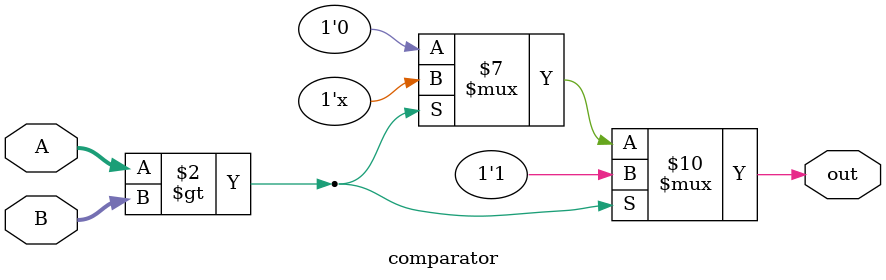
<source format=v>
module comparator (
    input [15:0] A,
    input [15:0] B,
    output reg out
);

    always @(*) begin
        if (A > B) begin
            out = 1'b1;
        end else if (A < B) begin
            out = 1'b0;
        end else begin
            out = 1'b0;
        end
    end

endmodule
</source>
